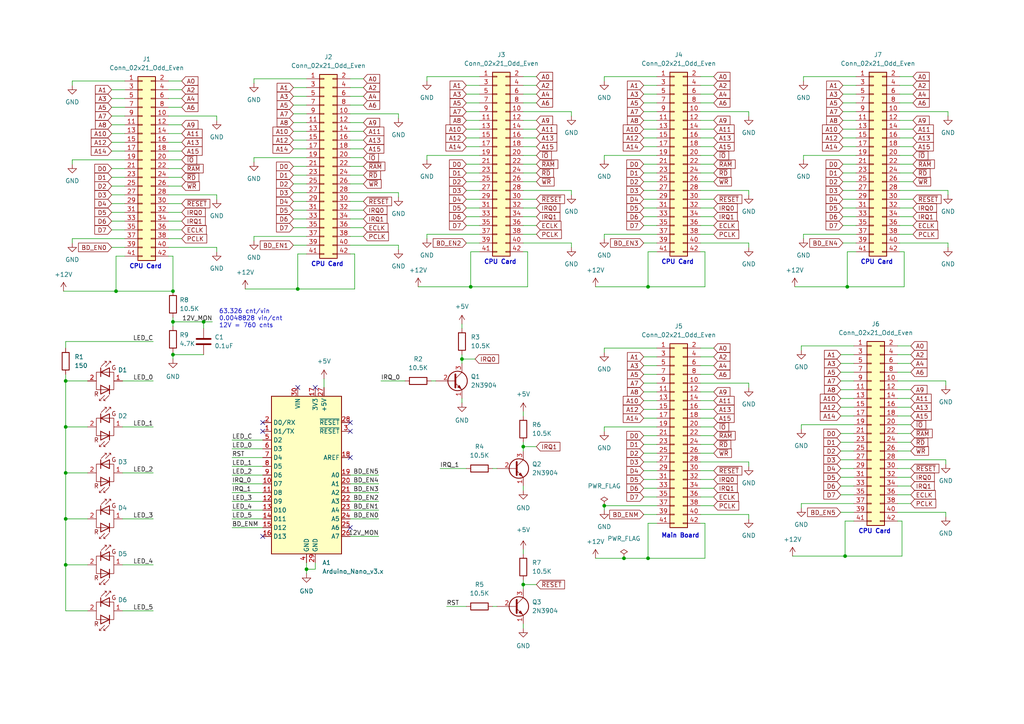
<source format=kicad_sch>
(kicad_sch (version 20211123) (generator eeschema)
  (paper "A4")
  (junction (at 33.655 84.455))
  (junction (at 136.525 83.185))
  (junction (at 50.165 93.345))
  (junction (at 50.165 84.455))
  (junction (at 50.165 102.87))
  (junction (at 245.11 161.29))
  (junction (at 19.05 123.825))
  (junction (at 19.05 110.49))
  (junction (at 19.05 137.16))
  (junction (at 88.9 165.1))
  (junction (at 175.26 146.685))
  (junction (at 133.985 104.14))
  (junction (at 187.96 161.925))
  (junction (at 180.975 161.925))
  (junction (at 151.765 169.545))
  (junction (at 151.765 129.54))
  (junction (at 187.96 83.185))
  (junction (at 59.055 93.345))
  (junction (at 19.05 163.83))
  (junction (at 86.36 83.82))
  (junction (at 245.745 83.185))
  (junction (at 19.05 150.495))
  (no_connect (at 101.6 122.555))
  (no_connect (at 101.6 125.095))
  (no_connect (at 76.2 155.575))
  (no_connect (at 101.6 132.715))
  (no_connect (at 86.36 112.395))
  (no_connect (at 91.44 112.395))
  (no_connect (at 101.6 153.035))
  (no_connect (at 76.2 122.555))
  (no_connect (at 76.2 125.095))
  (wire (pts (xy 203.2 73.025) (xy 204.47 73.025)))
  (wire (pts (xy 135.255 32.385) (xy 139.065 32.385)))
  (wire (pts (xy 232.41 100.33) (xy 232.41 101.6)))
  (wire (pts (xy 217.17 55.245) (xy 217.17 56.515)))
  (wire (pts (xy 203.2 126.365) (xy 207.01 126.365)))
  (wire (pts (xy 19.05 137.16) (xy 19.05 150.495)))
  (wire (pts (xy 133.985 102.87) (xy 133.985 104.14)))
  (wire (pts (xy 232.41 146.05) (xy 232.41 147.32)))
  (wire (pts (xy 190.5 45.085) (xy 175.26 45.085)))
  (wire (pts (xy 243.84 105.41) (xy 247.65 105.41)))
  (wire (pts (xy 151.765 119.38) (xy 151.765 120.65)))
  (wire (pts (xy 48.895 69.215) (xy 52.705 69.215)))
  (wire (pts (xy 35.56 123.825) (xy 44.45 123.825)))
  (wire (pts (xy 203.2 141.605) (xy 207.01 141.605)))
  (wire (pts (xy 186.69 70.485) (xy 190.5 70.485)))
  (wire (pts (xy 203.2 70.485) (xy 217.17 70.485)))
  (wire (pts (xy 245.11 161.29) (xy 261.62 161.29)))
  (wire (pts (xy 260.985 22.225) (xy 264.795 22.225)))
  (wire (pts (xy 260.35 118.11) (xy 264.16 118.11)))
  (wire (pts (xy 260.35 123.19) (xy 264.16 123.19)))
  (wire (pts (xy 101.6 55.88) (xy 115.57 55.88)))
  (wire (pts (xy 32.385 61.595) (xy 36.195 61.595)))
  (wire (pts (xy 133.985 115.57) (xy 133.985 116.84)))
  (wire (pts (xy 203.2 133.985) (xy 217.17 133.985)))
  (wire (pts (xy 59.055 93.345) (xy 61.595 93.345)))
  (wire (pts (xy 32.385 53.975) (xy 36.195 53.975)))
  (wire (pts (xy 153.035 73.025) (xy 153.035 83.185)))
  (wire (pts (xy 151.765 159.385) (xy 151.765 160.655)))
  (wire (pts (xy 229.87 161.29) (xy 245.11 161.29)))
  (wire (pts (xy 151.765 65.405) (xy 155.575 65.405)))
  (wire (pts (xy 136.525 83.185) (xy 153.035 83.185)))
  (wire (pts (xy 35.56 163.83) (xy 44.45 163.83)))
  (wire (pts (xy 125.095 110.49) (xy 126.365 110.49)))
  (wire (pts (xy 260.35 143.51) (xy 264.16 143.51)))
  (wire (pts (xy 151.765 62.865) (xy 155.575 62.865)))
  (wire (pts (xy 203.2 37.465) (xy 207.01 37.465)))
  (wire (pts (xy 243.84 115.57) (xy 247.65 115.57)))
  (wire (pts (xy 190.5 151.765) (xy 187.96 151.765)))
  (wire (pts (xy 48.895 48.895) (xy 52.705 48.895)))
  (wire (pts (xy 204.47 151.765) (xy 204.47 161.925)))
  (wire (pts (xy 260.985 34.925) (xy 264.795 34.925)))
  (wire (pts (xy 233.045 45.085) (xy 233.045 46.355)))
  (wire (pts (xy 33.655 74.295) (xy 33.655 84.455)))
  (wire (pts (xy 73.66 45.72) (xy 73.66 46.99)))
  (wire (pts (xy 244.475 29.845) (xy 248.285 29.845)))
  (wire (pts (xy 48.895 26.035) (xy 52.705 26.035)))
  (wire (pts (xy 35.56 177.165) (xy 44.45 177.165)))
  (wire (pts (xy 101.6 53.34) (xy 105.41 53.34)))
  (wire (pts (xy 203.2 131.445) (xy 207.01 131.445)))
  (wire (pts (xy 50.165 92.075) (xy 50.165 93.345)))
  (wire (pts (xy 151.765 168.275) (xy 151.765 169.545)))
  (wire (pts (xy 133.985 104.14) (xy 137.795 104.14)))
  (wire (pts (xy 260.35 135.89) (xy 264.16 135.89)))
  (wire (pts (xy 136.525 73.025) (xy 136.525 83.185)))
  (wire (pts (xy 135.255 42.545) (xy 139.065 42.545)))
  (wire (pts (xy 101.6 48.26) (xy 105.41 48.26)))
  (wire (pts (xy 217.17 133.985) (xy 217.17 135.255)))
  (wire (pts (xy 274.955 32.385) (xy 274.955 33.655)))
  (wire (pts (xy 48.895 64.135) (xy 52.705 64.135)))
  (wire (pts (xy 151.765 57.785) (xy 155.575 57.785)))
  (wire (pts (xy 244.475 37.465) (xy 248.285 37.465)))
  (wire (pts (xy 88.9 22.86) (xy 73.66 22.86)))
  (wire (pts (xy 67.31 132.715) (xy 76.2 132.715)))
  (wire (pts (xy 101.6 40.64) (xy 105.41 40.64)))
  (wire (pts (xy 151.765 27.305) (xy 155.575 27.305)))
  (wire (pts (xy 203.2 100.965) (xy 207.01 100.965)))
  (wire (pts (xy 151.765 60.325) (xy 155.575 60.325)))
  (wire (pts (xy 101.6 155.575) (xy 109.855 155.575)))
  (wire (pts (xy 86.36 83.82) (xy 102.87 83.82)))
  (wire (pts (xy 203.2 116.205) (xy 207.01 116.205)))
  (wire (pts (xy 274.955 70.485) (xy 274.955 71.755)))
  (wire (pts (xy 91.44 163.195) (xy 91.44 165.1)))
  (wire (pts (xy 135.255 29.845) (xy 139.065 29.845)))
  (wire (pts (xy 260.985 37.465) (xy 264.795 37.465)))
  (wire (pts (xy 186.69 128.905) (xy 190.5 128.905)))
  (wire (pts (xy 233.045 67.945) (xy 233.045 69.215)))
  (wire (pts (xy 233.045 22.225) (xy 233.045 23.495)))
  (wire (pts (xy 248.285 45.085) (xy 233.045 45.085)))
  (wire (pts (xy 36.195 23.495) (xy 20.955 23.495)))
  (wire (pts (xy 19.05 108.585) (xy 19.05 110.49)))
  (wire (pts (xy 135.255 40.005) (xy 139.065 40.005)))
  (wire (pts (xy 85.09 66.04) (xy 88.9 66.04)))
  (wire (pts (xy 85.09 53.34) (xy 88.9 53.34)))
  (wire (pts (xy 248.285 22.225) (xy 233.045 22.225)))
  (wire (pts (xy 186.69 50.165) (xy 190.5 50.165)))
  (wire (pts (xy 85.09 48.26) (xy 88.9 48.26)))
  (wire (pts (xy 19.05 163.83) (xy 19.05 177.165)))
  (wire (pts (xy 186.69 136.525) (xy 190.5 136.525)))
  (wire (pts (xy 186.69 103.505) (xy 190.5 103.505)))
  (wire (pts (xy 48.895 23.495) (xy 52.705 23.495)))
  (wire (pts (xy 243.84 113.03) (xy 247.65 113.03)))
  (wire (pts (xy 50.165 93.345) (xy 50.165 94.615)))
  (wire (pts (xy 85.09 25.4) (xy 88.9 25.4)))
  (wire (pts (xy 32.385 51.435) (xy 36.195 51.435)))
  (wire (pts (xy 190.5 67.945) (xy 175.26 67.945)))
  (wire (pts (xy 262.255 73.025) (xy 262.255 83.185)))
  (wire (pts (xy 260.985 70.485) (xy 274.955 70.485)))
  (wire (pts (xy 19.05 150.495) (xy 19.05 163.83)))
  (wire (pts (xy 101.6 50.8) (xy 105.41 50.8)))
  (wire (pts (xy 135.255 27.305) (xy 139.065 27.305)))
  (wire (pts (xy 243.84 118.11) (xy 247.65 118.11)))
  (wire (pts (xy 190.5 146.685) (xy 175.26 146.685)))
  (wire (pts (xy 101.6 68.58) (xy 105.41 68.58)))
  (wire (pts (xy 151.765 169.545) (xy 151.765 170.815)))
  (wire (pts (xy 135.255 70.485) (xy 139.065 70.485)))
  (wire (pts (xy 135.255 50.165) (xy 139.065 50.165)))
  (wire (pts (xy 48.895 74.295) (xy 50.165 74.295)))
  (wire (pts (xy 32.385 36.195) (xy 36.195 36.195)))
  (wire (pts (xy 151.765 29.845) (xy 155.575 29.845)))
  (wire (pts (xy 260.985 62.865) (xy 264.795 62.865)))
  (wire (pts (xy 244.475 65.405) (xy 248.285 65.405)))
  (wire (pts (xy 203.2 29.845) (xy 207.01 29.845)))
  (wire (pts (xy 48.895 56.515) (xy 62.865 56.515)))
  (wire (pts (xy 203.2 128.905) (xy 207.01 128.905)))
  (wire (pts (xy 203.2 22.225) (xy 207.01 22.225)))
  (wire (pts (xy 85.09 63.5) (xy 88.9 63.5)))
  (wire (pts (xy 260.985 47.625) (xy 264.795 47.625)))
  (wire (pts (xy 151.765 129.54) (xy 151.765 130.81)))
  (wire (pts (xy 20.955 46.355) (xy 20.955 47.625)))
  (wire (pts (xy 121.285 83.185) (xy 136.525 83.185)))
  (wire (pts (xy 165.735 32.385) (xy 165.735 33.655)))
  (wire (pts (xy 274.32 148.59) (xy 274.32 149.86)))
  (wire (pts (xy 165.735 70.485) (xy 165.735 71.755)))
  (wire (pts (xy 85.09 58.42) (xy 88.9 58.42)))
  (wire (pts (xy 186.69 29.845) (xy 190.5 29.845)))
  (wire (pts (xy 101.6 71.12) (xy 115.57 71.12)))
  (wire (pts (xy 67.31 137.795) (xy 76.2 137.795)))
  (wire (pts (xy 260.35 107.95) (xy 264.16 107.95)))
  (wire (pts (xy 260.985 52.705) (xy 264.795 52.705)))
  (wire (pts (xy 101.6 147.955) (xy 109.855 147.955)))
  (wire (pts (xy 186.69 60.325) (xy 190.5 60.325)))
  (wire (pts (xy 260.35 100.33) (xy 264.16 100.33)))
  (wire (pts (xy 230.505 83.185) (xy 245.745 83.185)))
  (wire (pts (xy 88.9 165.1) (xy 91.44 165.1)))
  (wire (pts (xy 190.5 100.965) (xy 175.26 100.965)))
  (wire (pts (xy 101.6 35.56) (xy 105.41 35.56)))
  (wire (pts (xy 261.62 151.13) (xy 261.62 161.29)))
  (wire (pts (xy 101.6 145.415) (xy 109.855 145.415)))
  (wire (pts (xy 151.765 45.085) (xy 155.575 45.085)))
  (wire (pts (xy 247.65 100.33) (xy 232.41 100.33)))
  (wire (pts (xy 186.69 106.045) (xy 190.5 106.045)))
  (wire (pts (xy 48.895 36.195) (xy 52.705 36.195)))
  (wire (pts (xy 260.985 55.245) (xy 274.955 55.245)))
  (wire (pts (xy 248.285 73.025) (xy 245.745 73.025)))
  (wire (pts (xy 48.895 41.275) (xy 52.705 41.275)))
  (wire (pts (xy 175.26 22.225) (xy 175.26 23.495)))
  (wire (pts (xy 245.11 151.13) (xy 245.11 161.29)))
  (wire (pts (xy 151.765 50.165) (xy 155.575 50.165)))
  (wire (pts (xy 88.9 73.66) (xy 86.36 73.66)))
  (wire (pts (xy 203.2 106.045) (xy 207.01 106.045)))
  (wire (pts (xy 203.2 121.285) (xy 207.01 121.285)))
  (wire (pts (xy 71.12 83.82) (xy 86.36 83.82)))
  (wire (pts (xy 203.2 65.405) (xy 207.01 65.405)))
  (wire (pts (xy 151.765 47.625) (xy 155.575 47.625)))
  (wire (pts (xy 85.09 27.94) (xy 88.9 27.94)))
  (wire (pts (xy 260.35 151.13) (xy 261.62 151.13)))
  (wire (pts (xy 88.9 163.195) (xy 88.9 165.1)))
  (wire (pts (xy 186.69 108.585) (xy 190.5 108.585)))
  (wire (pts (xy 186.69 47.625) (xy 190.5 47.625)))
  (wire (pts (xy 85.09 55.88) (xy 88.9 55.88)))
  (wire (pts (xy 48.895 53.975) (xy 52.705 53.975)))
  (wire (pts (xy 217.17 32.385) (xy 217.17 33.655)))
  (wire (pts (xy 133.985 104.14) (xy 133.985 105.41)))
  (wire (pts (xy 243.84 143.51) (xy 247.65 143.51)))
  (wire (pts (xy 142.875 175.895) (xy 144.145 175.895)))
  (wire (pts (xy 35.56 150.495) (xy 44.45 150.495)))
  (wire (pts (xy 203.2 144.145) (xy 207.01 144.145)))
  (wire (pts (xy 73.66 68.58) (xy 73.66 69.85)))
  (wire (pts (xy 19.05 110.49) (xy 19.05 123.825)))
  (wire (pts (xy 187.96 151.765) (xy 187.96 161.925)))
  (wire (pts (xy 203.2 40.005) (xy 207.01 40.005)))
  (wire (pts (xy 151.765 140.97) (xy 151.765 142.24)))
  (wire (pts (xy 123.825 67.945) (xy 123.825 69.215)))
  (wire (pts (xy 187.96 83.185) (xy 204.47 83.185)))
  (wire (pts (xy 33.655 84.455) (xy 50.165 84.455)))
  (wire (pts (xy 101.6 43.18) (xy 105.41 43.18)))
  (wire (pts (xy 244.475 57.785) (xy 248.285 57.785)))
  (wire (pts (xy 243.84 128.27) (xy 247.65 128.27)))
  (wire (pts (xy 260.985 67.945) (xy 264.795 67.945)))
  (wire (pts (xy 260.985 40.005) (xy 264.795 40.005)))
  (wire (pts (xy 186.69 149.225) (xy 190.5 149.225)))
  (wire (pts (xy 135.255 47.625) (xy 139.065 47.625)))
  (wire (pts (xy 135.255 24.765) (xy 139.065 24.765)))
  (wire (pts (xy 32.385 59.055) (xy 36.195 59.055)))
  (wire (pts (xy 260.35 102.87) (xy 264.16 102.87)))
  (wire (pts (xy 243.84 140.97) (xy 247.65 140.97)))
  (wire (pts (xy 203.2 136.525) (xy 207.01 136.525)))
  (wire (pts (xy 123.825 22.225) (xy 123.825 23.495)))
  (wire (pts (xy 186.69 34.925) (xy 190.5 34.925)))
  (wire (pts (xy 85.09 38.1) (xy 88.9 38.1)))
  (wire (pts (xy 135.255 60.325) (xy 139.065 60.325)))
  (wire (pts (xy 180.975 161.925) (xy 187.96 161.925)))
  (wire (pts (xy 62.865 33.655) (xy 62.865 34.925)))
  (wire (pts (xy 175.26 123.825) (xy 175.26 125.095)))
  (wire (pts (xy 243.84 133.35) (xy 247.65 133.35)))
  (wire (pts (xy 151.765 67.945) (xy 155.575 67.945)))
  (wire (pts (xy 139.065 45.085) (xy 123.825 45.085)))
  (wire (pts (xy 203.2 42.545) (xy 207.01 42.545)))
  (wire (pts (xy 48.895 51.435) (xy 52.705 51.435)))
  (wire (pts (xy 48.895 71.755) (xy 62.865 71.755)))
  (wire (pts (xy 151.765 37.465) (xy 155.575 37.465)))
  (wire (pts (xy 139.065 67.945) (xy 123.825 67.945)))
  (wire (pts (xy 203.2 113.665) (xy 207.01 113.665)))
  (wire (pts (xy 186.69 40.005) (xy 190.5 40.005)))
  (wire (pts (xy 243.84 102.87) (xy 247.65 102.87)))
  (wire (pts (xy 151.765 32.385) (xy 165.735 32.385)))
  (wire (pts (xy 172.72 161.925) (xy 180.975 161.925)))
  (wire (pts (xy 203.2 111.125) (xy 217.17 111.125)))
  (wire (pts (xy 50.165 93.345) (xy 59.055 93.345)))
  (wire (pts (xy 32.385 33.655) (xy 36.195 33.655)))
  (wire (pts (xy 186.69 118.745) (xy 190.5 118.745)))
  (wire (pts (xy 142.875 135.89) (xy 144.145 135.89)))
  (wire (pts (xy 243.84 125.73) (xy 247.65 125.73)))
  (wire (pts (xy 260.985 65.405) (xy 264.795 65.405)))
  (wire (pts (xy 217.17 70.485) (xy 217.17 71.755)))
  (wire (pts (xy 260.985 57.785) (xy 264.795 57.785)))
  (wire (pts (xy 32.385 41.275) (xy 36.195 41.275)))
  (wire (pts (xy 101.6 137.795) (xy 109.855 137.795)))
  (wire (pts (xy 32.385 31.115) (xy 36.195 31.115)))
  (wire (pts (xy 135.255 62.865) (xy 139.065 62.865)))
  (wire (pts (xy 244.475 52.705) (xy 248.285 52.705)))
  (wire (pts (xy 35.56 110.49) (xy 44.45 110.49)))
  (wire (pts (xy 186.69 121.285) (xy 190.5 121.285)))
  (wire (pts (xy 260.985 27.305) (xy 264.795 27.305)))
  (wire (pts (xy 50.165 102.87) (xy 59.055 102.87)))
  (wire (pts (xy 243.84 107.95) (xy 247.65 107.95)))
  (wire (pts (xy 62.865 56.515) (xy 62.865 57.785)))
  (wire (pts (xy 48.895 43.815) (xy 52.705 43.815)))
  (wire (pts (xy 86.36 73.66) (xy 86.36 83.82)))
  (wire (pts (xy 151.765 40.005) (xy 155.575 40.005)))
  (wire (pts (xy 19.05 137.16) (xy 25.4 137.16)))
  (wire (pts (xy 67.31 150.495) (xy 76.2 150.495)))
  (wire (pts (xy 88.9 45.72) (xy 73.66 45.72)))
  (wire (pts (xy 101.6 33.02) (xy 115.57 33.02)))
  (wire (pts (xy 217.17 111.125) (xy 217.17 112.395)))
  (wire (pts (xy 101.6 66.04) (xy 105.41 66.04)))
  (wire (pts (xy 48.895 59.055) (xy 52.705 59.055)))
  (wire (pts (xy 151.765 73.025) (xy 153.035 73.025)))
  (wire (pts (xy 186.69 52.705) (xy 190.5 52.705)))
  (wire (pts (xy 243.84 135.89) (xy 247.65 135.89)))
  (wire (pts (xy 85.09 33.02) (xy 88.9 33.02)))
  (wire (pts (xy 127.635 135.89) (xy 135.255 135.89)))
  (wire (pts (xy 101.6 27.94) (xy 105.41 27.94)))
  (wire (pts (xy 260.985 60.325) (xy 264.795 60.325)))
  (wire (pts (xy 62.865 71.755) (xy 62.865 73.025)))
  (wire (pts (xy 20.955 69.215) (xy 20.955 70.485)))
  (wire (pts (xy 247.65 151.13) (xy 245.11 151.13)))
  (wire (pts (xy 260.985 29.845) (xy 264.795 29.845)))
  (wire (pts (xy 101.6 30.48) (xy 105.41 30.48)))
  (wire (pts (xy 59.055 93.345) (xy 59.055 95.25)))
  (wire (pts (xy 175.26 67.945) (xy 175.26 69.215)))
  (wire (pts (xy 85.09 71.12) (xy 88.9 71.12)))
  (wire (pts (xy 243.84 130.81) (xy 247.65 130.81)))
  (wire (pts (xy 260.35 133.35) (xy 274.32 133.35)))
  (wire (pts (xy 186.69 111.125) (xy 190.5 111.125)))
  (wire (pts (xy 203.2 146.685) (xy 207.01 146.685)))
  (wire (pts (xy 115.57 71.12) (xy 115.57 72.39)))
  (wire (pts (xy 20.955 23.495) (xy 20.955 24.765)))
  (wire (pts (xy 19.05 123.825) (xy 19.05 137.16)))
  (wire (pts (xy 190.5 22.225) (xy 175.26 22.225)))
  (wire (pts (xy 274.32 110.49) (xy 274.32 111.76)))
  (wire (pts (xy 139.065 22.225) (xy 123.825 22.225)))
  (wire (pts (xy 175.26 100.965) (xy 175.26 102.235)))
  (wire (pts (xy 243.84 138.43) (xy 247.65 138.43)))
  (wire (pts (xy 88.9 165.1) (xy 88.9 166.37)))
  (wire (pts (xy 151.765 180.975) (xy 151.765 182.245)))
  (wire (pts (xy 248.285 67.945) (xy 233.045 67.945)))
  (wire (pts (xy 260.985 50.165) (xy 264.795 50.165)))
  (wire (pts (xy 85.09 50.8) (xy 88.9 50.8)))
  (wire (pts (xy 260.35 140.97) (xy 264.16 140.97)))
  (wire (pts (xy 48.895 38.735) (xy 52.705 38.735)))
  (wire (pts (xy 50.165 74.295) (xy 50.165 84.455)))
  (wire (pts (xy 203.2 47.625) (xy 207.01 47.625)))
  (wire (pts (xy 247.65 146.05) (xy 232.41 146.05)))
  (wire (pts (xy 260.35 120.65) (xy 264.16 120.65)))
  (wire (pts (xy 203.2 151.765) (xy 204.47 151.765)))
  (wire (pts (xy 73.66 22.86) (xy 73.66 24.13)))
  (wire (pts (xy 244.475 62.865) (xy 248.285 62.865)))
  (wire (pts (xy 48.895 66.675) (xy 52.705 66.675)))
  (wire (pts (xy 36.195 46.355) (xy 20.955 46.355)))
  (wire (pts (xy 110.49 110.49) (xy 117.475 110.49)))
  (wire (pts (xy 186.69 139.065) (xy 190.5 139.065)))
  (wire (pts (xy 203.2 50.165) (xy 207.01 50.165)))
  (wire (pts (xy 203.2 60.325) (xy 207.01 60.325)))
  (wire (pts (xy 101.6 25.4) (xy 105.41 25.4)))
  (wire (pts (xy 172.72 83.185) (xy 187.96 83.185)))
  (wire (pts (xy 102.87 73.66) (xy 102.87 83.82)))
  (wire (pts (xy 244.475 70.485) (xy 248.285 70.485)))
  (wire (pts (xy 203.2 34.925) (xy 207.01 34.925)))
  (wire (pts (xy 85.09 40.64) (xy 88.9 40.64)))
  (wire (pts (xy 85.09 43.18) (xy 88.9 43.18)))
  (wire (pts (xy 48.895 33.655) (xy 62.865 33.655)))
  (wire (pts (xy 244.475 55.245) (xy 248.285 55.245)))
  (wire (pts (xy 135.255 65.405) (xy 139.065 65.405)))
  (wire (pts (xy 50.165 102.235) (xy 50.165 102.87)))
  (wire (pts (xy 232.41 123.19) (xy 232.41 124.46)))
  (wire (pts (xy 260.985 42.545) (xy 264.795 42.545)))
  (wire (pts (xy 203.2 45.085) (xy 207.01 45.085)))
  (wire (pts (xy 260.35 138.43) (xy 264.16 138.43)))
  (wire (pts (xy 32.385 64.135) (xy 36.195 64.135)))
  (wire (pts (xy 245.745 73.025) (xy 245.745 83.185)))
  (wire (pts (xy 19.05 177.165) (xy 25.4 177.165)))
  (wire (pts (xy 67.31 145.415) (xy 76.2 145.415)))
  (wire (pts (xy 48.895 46.355) (xy 52.705 46.355)))
  (wire (pts (xy 165.735 55.245) (xy 165.735 56.515)))
  (wire (pts (xy 186.69 141.605) (xy 190.5 141.605)))
  (wire (pts (xy 186.69 133.985) (xy 190.5 133.985)))
  (wire (pts (xy 274.32 133.35) (xy 274.32 134.62)))
  (wire (pts (xy 203.2 67.945) (xy 207.01 67.945)))
  (wire (pts (xy 186.69 37.465) (xy 190.5 37.465)))
  (wire (pts (xy 85.09 30.48) (xy 88.9 30.48)))
  (wire (pts (xy 203.2 27.305) (xy 207.01 27.305)))
  (wire (pts (xy 32.385 38.735) (xy 36.195 38.735)))
  (wire (pts (xy 186.69 113.665) (xy 190.5 113.665)))
  (wire (pts (xy 101.6 60.96) (xy 105.41 60.96)))
  (wire (pts (xy 203.2 57.785) (xy 207.01 57.785)))
  (wire (pts (xy 203.2 32.385) (xy 217.17 32.385)))
  (wire (pts (xy 260.35 128.27) (xy 264.16 128.27)))
  (wire (pts (xy 260.985 32.385) (xy 274.955 32.385)))
  (wire (pts (xy 115.57 55.88) (xy 115.57 57.15)))
  (wire (pts (xy 32.385 26.035) (xy 36.195 26.035)))
  (wire (pts (xy 260.35 146.05) (xy 264.16 146.05)))
  (wire (pts (xy 151.765 128.27) (xy 151.765 129.54)))
  (wire (pts (xy 244.475 60.325) (xy 248.285 60.325)))
  (wire (pts (xy 101.6 73.66) (xy 102.87 73.66)))
  (wire (pts (xy 204.47 73.025) (xy 204.47 83.185)))
  (wire (pts (xy 93.98 109.855) (xy 93.98 112.395)))
  (wire (pts (xy 88.9 68.58) (xy 73.66 68.58)))
  (wire (pts (xy 48.895 61.595) (xy 52.705 61.595)))
  (wire (pts (xy 25.4 110.49) (xy 19.05 110.49)))
  (wire (pts (xy 260.35 125.73) (xy 264.16 125.73)))
  (wire (pts (xy 101.6 63.5) (xy 105.41 63.5)))
  (wire (pts (xy 67.31 153.035) (xy 76.2 153.035)))
  (wire (pts (xy 186.69 24.765) (xy 190.5 24.765)))
  (wire (pts (xy 175.26 45.085) (xy 175.26 46.355)))
  (wire (pts (xy 190.5 123.825) (xy 175.26 123.825)))
  (wire (pts (xy 19.05 123.825) (xy 25.4 123.825)))
  (wire (pts (xy 135.255 37.465) (xy 139.065 37.465)))
  (wire (pts (xy 203.2 149.225) (xy 217.17 149.225)))
  (wire (pts (xy 123.825 45.085) (xy 123.825 46.355)))
  (wire (pts (xy 260.35 115.57) (xy 264.16 115.57)))
  (wire (pts (xy 32.385 66.675) (xy 36.195 66.675)))
  (wire (pts (xy 186.69 32.385) (xy 190.5 32.385)))
  (wire (pts (xy 186.69 131.445) (xy 190.5 131.445)))
  (wire (pts (xy 260.985 73.025) (xy 262.255 73.025)))
  (wire (pts (xy 85.09 35.56) (xy 88.9 35.56)))
  (wire (pts (xy 101.6 38.1) (xy 105.41 38.1)))
  (wire (pts (xy 101.6 58.42) (xy 105.41 58.42)))
  (wire (pts (xy 48.895 28.575) (xy 52.705 28.575)))
  (wire (pts (xy 19.05 150.495) (xy 25.4 150.495)))
  (wire (pts (xy 151.765 34.925) (xy 155.575 34.925)))
  (wire (pts (xy 244.475 32.385) (xy 248.285 32.385)))
  (wire (pts (xy 67.31 127.635) (xy 76.2 127.635)))
  (wire (pts (xy 244.475 40.005) (xy 248.285 40.005)))
  (wire (pts (xy 244.475 47.625) (xy 248.285 47.625)))
  (wire (pts (xy 244.475 24.765) (xy 248.285 24.765)))
  (wire (pts (xy 48.895 31.115) (xy 52.705 31.115)))
  (wire (pts (xy 135.255 52.705) (xy 139.065 52.705)))
  (wire (pts (xy 186.69 57.785) (xy 190.5 57.785)))
  (wire (pts (xy 19.05 99.06) (xy 44.45 99.06)))
  (wire (pts (xy 139.065 73.025) (xy 136.525 73.025)))
  (wire (pts (xy 19.05 100.965) (xy 19.05 99.06)))
  (wire (pts (xy 18.415 84.455) (xy 33.655 84.455)))
  (wire (pts (xy 203.2 139.065) (xy 207.01 139.065)))
  (wire (pts (xy 186.69 144.145) (xy 190.5 144.145)))
  (wire (pts (xy 67.31 130.175) (xy 76.2 130.175)))
  (wire (pts (xy 260.35 130.81) (xy 264.16 130.81)))
  (wire (pts (xy 129.54 175.895) (xy 135.255 175.895)))
  (wire (pts (xy 133.985 93.98) (xy 133.985 95.25)))
  (wire (pts (xy 67.31 135.255) (xy 76.2 135.255)))
  (wire (pts (xy 35.56 137.16) (xy 44.45 137.16)))
  (wire (pts (xy 203.2 118.745) (xy 207.01 118.745)))
  (wire (pts (xy 244.475 27.305) (xy 248.285 27.305)))
  (wire (pts (xy 187.96 73.025) (xy 187.96 83.185)))
  (wire (pts (xy 151.765 169.545) (xy 155.575 169.545)))
  (wire (pts (xy 260.35 113.03) (xy 264.16 113.03)))
  (wire (pts (xy 247.65 123.19) (xy 232.41 123.19)))
  (wire (pts (xy 101.6 142.875) (xy 109.855 142.875)))
  (wire (pts (xy 151.765 42.545) (xy 155.575 42.545)))
  (wire (pts (xy 203.2 52.705) (xy 207.01 52.705)))
  (wire (pts (xy 190.5 73.025) (xy 187.96 73.025)))
  (wire (pts (xy 135.255 55.245) (xy 139.065 55.245)))
  (wire (pts (xy 151.765 24.765) (xy 155.575 24.765)))
  (wire (pts (xy 203.2 108.585) (xy 207.01 108.585)))
  (wire (pts (xy 260.985 45.085) (xy 264.795 45.085)))
  (wire (pts (xy 186.69 62.865) (xy 190.5 62.865)))
  (wire (pts (xy 67.31 140.335) (xy 76.2 140.335)))
  (wire (pts (xy 203.2 123.825) (xy 207.01 123.825)))
  (wire (pts (xy 187.96 161.925) (xy 204.47 161.925)))
  (wire (pts (xy 186.69 42.545) (xy 190.5 42.545)))
  (wire (pts (xy 243.84 148.59) (xy 247.65 148.59)))
  (wire (pts (xy 151.765 70.485) (xy 165.735 70.485)))
  (wire (pts (xy 217.17 149.225) (xy 217.17 150.495)))
  (wire (pts (xy 151.765 52.705) (xy 155.575 52.705)))
  (wire (pts (xy 203.2 24.765) (xy 207.01 24.765)))
  (wire (pts (xy 36.195 74.295) (xy 33.655 74.295)))
  (wire (pts (xy 109.855 140.335) (xy 101.6 140.335)))
  (wire (pts (xy 244.475 42.545) (xy 248.285 42.545)))
  (wire (pts (xy 101.6 45.72) (xy 105.41 45.72)))
  (wire (pts (xy 151.765 55.245) (xy 165.735 55.245)))
  (wire (pts (xy 243.84 110.49) (xy 247.65 110.49)))
  (wire (pts (xy 32.385 71.755) (xy 36.195 71.755)))
  (wire (pts (xy 186.69 126.365) (xy 190.5 126.365)))
  (wire (pts (xy 175.26 146.685) (xy 175.26 147.955)))
  (wire (pts (xy 203.2 103.505) (xy 207.01 103.505)))
  (wire (pts (xy 32.385 28.575) (xy 36.195 28.575)))
  (wire (pts (xy 32.385 56.515) (xy 36.195 56.515)))
  (wire (pts (xy 151.765 22.225) (xy 155.575 22.225)))
  (wire (pts (xy 135.255 57.785) (xy 139.065 57.785)))
  (wire (pts (xy 244.475 50.165) (xy 248.285 50.165)))
  (wire (pts (xy 32.385 43.815) (xy 36.195 43.815)))
  (wire (pts (xy 50.165 102.87) (xy 50.165 104.14)))
  (wire (pts (xy 186.69 116.205) (xy 190.5 116.205)))
  (wire (pts (xy 101.6 22.86) (xy 105.41 22.86)))
  (wire (pts (xy 32.385 48.895) (xy 36.195 48.895)))
  (wire (pts (xy 67.31 142.875) (xy 76.2 142.875)))
  (wire (pts (xy 85.09 60.96) (xy 88.9 60.96)))
  (wire (pts (xy 115.57 33.02) (xy 115.57 34.29)))
  (wire (pts (xy 186.69 27.305) (xy 190.5 27.305)))
  (wire (pts (xy 245.745 83.185) (xy 262.255 83.185)))
  (wire (pts (xy 203.2 55.245) (xy 217.17 55.245)))
  (wire (pts (xy 274.955 55.245) (xy 274.955 56.515)))
  (wire (pts (xy 243.84 120.65) (xy 247.65 120.65)))
  (wire (pts (xy 203.2 62.865) (xy 207.01 62.865)))
  (wire (pts (xy 67.31 147.955) (xy 76.2 147.955)))
  (wire (pts (xy 36.195 69.215) (xy 20.955 69.215)))
  (wire (pts (xy 260.35 148.59) (xy 274.32 148.59)))
  (wire (pts (xy 19.05 163.83) (xy 25.4 163.83)))
  (wire (pts (xy 186.69 65.405) (xy 190.5 65.405)))
  (wire (pts (xy 260.985 24.765) (xy 264.795 24.765)))
  (wire (pts (xy 101.6 150.495) (xy 109.855 150.495)))
  (wire (pts (xy 260.35 110.49) (xy 274.32 110.49)))
  (wire (pts (xy 151.765 129.54) (xy 155.575 129.54)))
  (wire (pts (xy 186.69 55.245) (xy 190.5 55.245)))
  (wire (pts (xy 244.475 34.925) (xy 248.285 34.925)))
  (wire (pts (xy 260.35 105.41) (xy 264.16 105.41)))
  (wire (pts (xy 135.255 34.925) (xy 139.065 34.925)))
  (text "CPU Card" (at 249.555 76.835 0) (effects (font (size 1.27 1.27) (thickness 0.254) bold) (justify left bottom)))
  (text "CPU Card" (at 191.77 76.835 0) (effects (font (size 1.27 1.27) (thickness 0.254) bold) (justify left bottom)))
  (text "CPU Card" (at 248.92 154.94 0) (effects (font (size 1.27 1.27) (thickness 0.254) bold) (justify left bottom)))
  (text "63.326 cnt/vin\n0.0048828 vin/cnt\n12V = 760 cnts" (at 63.5 95.25 0) (effects (font (size 1.27 1.27)) (justify left bottom)))
  (text "CPU Card" (at 140.335 76.835 0) (effects (font (size 1.27 1.27) (thickness 0.254) bold) (justify left bottom)))
  (text "CPU Card" (at 37.465 78.105 0) (effects (font (size 1.27 1.27) (thickness 0.254) bold) (justify left bottom)))
  (text "CPU Card" (at 90.17 77.47 0) (effects (font (size 1.27 1.27) (thickness 0.254) bold) (justify left bottom)))
  (text "Main Board\n" (at 191.77 156.21 0) (effects (font (size 1.27 1.27) (thickness 0.254) bold) (justify left bottom)))
  (label "LED_4" (at 44.45 163.83 180))
  (label "BD_EN1" (at 109.855 147.955 180))
  (label "12V_MON" (at 61.595 93.345 180))
  (label "IRQ_1" (at 67.31 142.875 0))
  (label "12V_MON" (at 109.855 155.575 180))
  (label "LED_C" (at 44.45 99.06 180))
  (label "BD_EN3" (at 109.855 142.875 180))
  (label "BD_ENM" (at 67.31 153.035 0))
  (label "LED_5" (at 44.45 177.165 180))
  (label "BD_EN5" (at 109.855 137.795 180))
  (label "LED_C" (at 67.31 127.635 0))
  (label "IRQ_1" (at 127.635 135.89 0))
  (label "LED_1" (at 67.31 135.255 0))
  (label "IRQ_0" (at 110.49 110.49 0))
  (label "LED_3" (at 67.31 145.415 0))
  (label "RST" (at 67.31 132.715 0))
  (label "LED_1" (at 44.45 123.825 180))
  (label "LED_4" (at 67.31 147.955 0))
  (label "IRQ_0" (at 67.31 140.335 0))
  (label "BD_EN2" (at 109.855 145.415 180))
  (label "LED_0" (at 67.31 130.175 0))
  (label "LED_3" (at 44.45 150.495 180))
  (label "BD_EN0" (at 109.855 150.495 180))
  (label "BD_EN4" (at 109.855 140.335 180))
  (label "LED_2" (at 67.31 137.795 0))
  (label "LED_0" (at 44.45 110.49 180))
  (label "LED_5" (at 67.31 150.495 0))
  (label "LED_2" (at 44.45 137.16 180))
  (label "RST" (at 129.54 175.895 0))
  (global_label "A6" (shape input) (at 264.795 29.845 0) (property "Intersheet References" "${INTERSHEET_REFS}" (effects hide)))
  (global_label "A7" (shape input) (at 186.69 111.125 180) (property "Intersheet References" "${INTERSHEET_REFS}" (effects hide)))
  (global_label "~{WR}" (shape input) (at 207.01 131.445 0) (property "Intersheet References" "${INTERSHEET_REFS}" (effects hide)))
  (global_label "IRQ1" (shape input) (at 264.795 62.865 0) (property "Intersheet References" "${INTERSHEET_REFS}" (effects hide)))
  (global_label "IRQ0" (shape input) (at 207.01 139.065 0) (property "Intersheet References" "${INTERSHEET_REFS}" (effects hide)))
  (global_label "D3" (shape input) (at 32.385 56.515 180) (property "Intersheet References" "${INTERSHEET_REFS}" (effects hide)))
  (global_label "A6" (shape input) (at 207.01 29.845 0) (property "Intersheet References" "${INTERSHEET_REFS}" (effects hide)))
  (global_label "D3" (shape input) (at 186.69 133.985 180) (property "Intersheet References" "${INTERSHEET_REFS}" (effects hide)))
  (global_label "~{RD}" (shape input) (at 207.01 128.905 0) (property "Intersheet References" "${INTERSHEET_REFS}" (effects hide)))
  (global_label "A13" (shape input) (at 264.795 40.005 0) (property "Intersheet References" "${INTERSHEET_REFS}" (effects hide)))
  (global_label "D0" (shape input) (at 186.69 126.365 180) (property "Intersheet References" "${INTERSHEET_REFS}" (effects hide)))
  (global_label "ECLK" (shape input) (at 264.795 65.405 0) (property "Intersheet References" "${INTERSHEET_REFS}" (effects hide)))
  (global_label "D3" (shape input) (at 135.255 55.245 180) (property "Intersheet References" "${INTERSHEET_REFS}" (effects hide)))
  (global_label "BD_EN3" (shape input) (at 186.69 70.485 180) (property "Intersheet References" "${INTERSHEET_REFS}" (effects hide)))
  (global_label "D7" (shape input) (at 186.69 144.145 180) (property "Intersheet References" "${INTERSHEET_REFS}" (effects hide)))
  (global_label "A2" (shape input) (at 207.01 103.505 0) (property "Intersheet References" "${INTERSHEET_REFS}" (effects hide)))
  (global_label "D4" (shape input) (at 135.255 57.785 180) (property "Intersheet References" "${INTERSHEET_REFS}" (effects hide)))
  (global_label "A3" (shape input) (at 186.69 27.305 180) (property "Intersheet References" "${INTERSHEET_REFS}" (effects hide)))
  (global_label "~{RAM}" (shape input) (at 264.795 47.625 0) (property "Intersheet References" "${INTERSHEET_REFS}" (effects hide)))
  (global_label "PCLK" (shape input) (at 264.16 146.05 0) (property "Intersheet References" "${INTERSHEET_REFS}" (effects hide)))
  (global_label "A7" (shape input) (at 243.84 110.49 180) (property "Intersheet References" "${INTERSHEET_REFS}" (effects hide)))
  (global_label "A13" (shape input) (at 105.41 40.64 0) (property "Intersheet References" "${INTERSHEET_REFS}" (effects hide)))
  (global_label "D3" (shape input) (at 85.09 55.88 180) (property "Intersheet References" "${INTERSHEET_REFS}" (effects hide)))
  (global_label "~{RD}" (shape input) (at 155.575 50.165 0) (property "Intersheet References" "${INTERSHEET_REFS}" (effects hide)))
  (global_label "A12" (shape input) (at 186.69 40.005 180) (property "Intersheet References" "${INTERSHEET_REFS}" (effects hide)))
  (global_label "A12" (shape input) (at 32.385 41.275 180) (property "Intersheet References" "${INTERSHEET_REFS}" (effects hide)))
  (global_label "A13" (shape input) (at 52.705 41.275 0) (property "Intersheet References" "${INTERSHEET_REFS}" (effects hide)))
  (global_label "A13" (shape input) (at 207.01 118.745 0) (property "Intersheet References" "${INTERSHEET_REFS}" (effects hide)))
  (global_label "D4" (shape input) (at 32.385 59.055 180) (property "Intersheet References" "${INTERSHEET_REFS}" (effects hide)))
  (global_label "~{RESET}" (shape input) (at 264.795 57.785 0) (property "Intersheet References" "${INTERSHEET_REFS}" (effects hide)))
  (global_label "D0" (shape input) (at 243.84 125.73 180) (property "Intersheet References" "${INTERSHEET_REFS}" (effects hide)))
  (global_label "D2" (shape input) (at 85.09 53.34 180) (property "Intersheet References" "${INTERSHEET_REFS}" (effects hide)))
  (global_label "D0" (shape input) (at 135.255 47.625 180) (property "Intersheet References" "${INTERSHEET_REFS}" (effects hide)))
  (global_label "D2" (shape input) (at 243.84 130.81 180) (property "Intersheet References" "${INTERSHEET_REFS}" (effects hide)))
  (global_label "D7" (shape input) (at 244.475 65.405 180) (property "Intersheet References" "${INTERSHEET_REFS}" (effects hide)))
  (global_label "A15" (shape input) (at 52.705 43.815 0) (property "Intersheet References" "${INTERSHEET_REFS}" (effects hide)))
  (global_label "A11" (shape input) (at 207.01 116.205 0) (property "Intersheet References" "${INTERSHEET_REFS}" (effects hide)))
  (global_label "~{RD}" (shape input) (at 264.795 50.165 0) (property "Intersheet References" "${INTERSHEET_REFS}" (effects hide)))
  (global_label "A6" (shape input) (at 207.01 108.585 0) (property "Intersheet References" "${INTERSHEET_REFS}" (effects hide)))
  (global_label "~{RAM}" (shape input) (at 207.01 47.625 0) (property "Intersheet References" "${INTERSHEET_REFS}" (effects hide)))
  (global_label "D6" (shape input) (at 243.84 140.97 180) (property "Intersheet References" "${INTERSHEET_REFS}" (effects hide)))
  (global_label "D4" (shape input) (at 186.69 57.785 180) (property "Intersheet References" "${INTERSHEET_REFS}" (effects hide)))
  (global_label "IRQ0" (shape input) (at 52.705 61.595 0) (property "Intersheet References" "${INTERSHEET_REFS}" (effects hide)))
  (global_label "ECLK" (shape input) (at 207.01 65.405 0) (property "Intersheet References" "${INTERSHEET_REFS}" (effects hide)))
  (global_label "A14" (shape input) (at 85.09 43.18 180) (property "Intersheet References" "${INTERSHEET_REFS}" (effects hide)))
  (global_label "A3" (shape input) (at 85.09 27.94 180) (property "Intersheet References" "${INTERSHEET_REFS}" (effects hide)))
  (global_label "A0" (shape input) (at 207.01 100.965 0) (property "Intersheet References" "${INTERSHEET_REFS}" (effects hide)))
  (global_label "A5" (shape input) (at 243.84 107.95 180) (property "Intersheet References" "${INTERSHEET_REFS}" (effects hide)))
  (global_label "A15" (shape input) (at 207.01 121.285 0) (property "Intersheet References" "${INTERSHEET_REFS}" (effects hide)))
  (global_label "A2" (shape input) (at 207.01 24.765 0) (property "Intersheet References" "${INTERSHEET_REFS}" (effects hide)))
  (global_label "A11" (shape input) (at 264.795 37.465 0) (property "Intersheet References" "${INTERSHEET_REFS}" (effects hide)))
  (global_label "PCLK" (shape input) (at 207.01 146.685 0) (property "Intersheet References" "${INTERSHEET_REFS}" (effects hide)))
  (global_label "ECLK" (shape input) (at 155.575 65.405 0) (property "Intersheet References" "${INTERSHEET_REFS}" (effects hide)))
  (global_label "A8" (shape input) (at 244.475 34.925 180) (property "Intersheet References" "${INTERSHEET_REFS}" (effects hide)))
  (global_label "A4" (shape input) (at 52.705 28.575 0) (property "Intersheet References" "${INTERSHEET_REFS}" (effects hide)))
  (global_label "A0" (shape input) (at 155.575 22.225 0) (property "Intersheet References" "${INTERSHEET_REFS}" (effects hide)))
  (global_label "A1" (shape input) (at 186.69 103.505 180) (property "Intersheet References" "${INTERSHEET_REFS}" (effects hide)))
  (global_label "A9" (shape input) (at 207.01 34.925 0) (property "Intersheet References" "${INTERSHEET_REFS}" (effects hide)))
  (global_label "D2" (shape input) (at 135.255 52.705 180) (property "Intersheet References" "${INTERSHEET_REFS}" (effects hide)))
  (global_label "ECLK" (shape input) (at 207.01 144.145 0) (property "Intersheet References" "${INTERSHEET_REFS}" (effects hide)))
  (global_label "IRQ1" (shape input) (at 52.705 64.135 0) (property "Intersheet References" "${INTERSHEET_REFS}" (effects hide)))
  (global_label "IRQ0" (shape input) (at 264.795 60.325 0) (property "Intersheet References" "${INTERSHEET_REFS}" (effects hide)))
  (global_label "D1" (shape input) (at 186.69 50.165 180) (property "Intersheet References" "${INTERSHEET_REFS}" (effects hide)))
  (global_label "A10" (shape input) (at 85.09 38.1 180) (property "Intersheet References" "${INTERSHEET_REFS}" (effects hide)))
  (global_label "A14" (shape input) (at 243.84 120.65 180) (property "Intersheet References" "${INTERSHEET_REFS}" (effects hide)))
  (global_label "A8" (shape input) (at 243.84 113.03 180) (property "Intersheet References" "${INTERSHEET_REFS}" (effects hide)))
  (global_label "D7" (shape input) (at 186.69 65.405 180) (property "Intersheet References" "${INTERSHEET_REFS}" (effects hide)))
  (global_label "A3" (shape input) (at 32.385 28.575 180) (property "Intersheet References" "${INTERSHEET_REFS}" (effects hide)))
  (global_label "IRQ0" (shape input) (at 155.575 60.325 0) (property "Intersheet References" "${INTERSHEET_REFS}" (effects hide)))
  (global_label "IRQ1" (shape input) (at 207.01 62.865 0) (property "Intersheet References" "${INTERSHEET_REFS}" (effects hide)))
  (global_label "A8" (shape input) (at 135.255 34.925 180) (property "Intersheet References" "${INTERSHEET_REFS}" (effects hide)))
  (global_label "A11" (shape input) (at 264.16 115.57 0) (property "Intersheet References" "${INTERSHEET_REFS}" (effects hide)))
  (global_label "A11" (shape input) (at 52.705 38.735 0) (property "Intersheet References" "${INTERSHEET_REFS}" (effects hide)))
  (global_label "D6" (shape input) (at 135.255 62.865 180) (property "Intersheet References" "${INTERSHEET_REFS}" (effects hide)))
  (global_label "A1" (shape input) (at 186.69 24.765 180) (property "Intersheet References" "${INTERSHEET_REFS}" (effects hide)))
  (global_label "D7" (shape input) (at 85.09 66.04 180) (property "Intersheet References" "${INTERSHEET_REFS}" (effects hide)))
  (global_label "D1" (shape input) (at 243.84 128.27 180) (property "Intersheet References" "${INTERSHEET_REFS}" (effects hide)))
  (global_label "A14" (shape input) (at 186.69 121.285 180) (property "Intersheet References" "${INTERSHEET_REFS}" (effects hide)))
  (global_label "A8" (shape input) (at 32.385 36.195 180) (property "Intersheet References" "${INTERSHEET_REFS}" (effects hide)))
  (global_label "A2" (shape input) (at 105.41 25.4 0) (property "Intersheet References" "${INTERSHEET_REFS}" (effects hide)))
  (global_label "~{WR}" (shape input) (at 52.705 53.975 0) (property "Intersheet References" "${INTERSHEET_REFS}" (effects hide)))
  (global_label "D4" (shape input) (at 244.475 57.785 180) (property "Intersheet References" "${INTERSHEET_REFS}" (effects hide)))
  (global_label "ECLK" (shape input) (at 105.41 66.04 0) (property "Intersheet References" "${INTERSHEET_REFS}" (effects hide)))
  (global_label "~{RESET}" (shape input) (at 155.575 57.785 0) (property "Intersheet References" "${INTERSHEET_REFS}" (effects hide)))
  (global_label "D0" (shape input) (at 85.09 48.26 180) (property "Intersheet References" "${INTERSHEET_REFS}" (effects hide)))
  (global_label "D6" (shape input) (at 186.69 141.605 180) (property "Intersheet References" "${INTERSHEET_REFS}" (effects hide)))
  (global_label "~{RAM}" (shape input) (at 207.01 126.365 0) (property "Intersheet References" "${INTERSHEET_REFS}" (effects hide)))
  (global_label "A0" (shape input) (at 264.795 22.225 0) (property "Intersheet References" "${INTERSHEET_REFS}" (effects hide)))
  (global_label "D2" (shape input) (at 186.69 52.705 180) (property "Intersheet References" "${INTERSHEET_REFS}" (effects hide)))
  (global_label "A5" (shape input) (at 186.69 29.845 180) (property "Intersheet References" "${INTERSHEET_REFS}" (effects hide)))
  (global_label "A1" (shape input) (at 243.84 102.87 180) (property "Intersheet References" "${INTERSHEET_REFS}" (effects hide)))
  (global_label "D0" (shape input) (at 32.385 48.895 180) (property "Intersheet References" "${INTERSHEET_REFS}" (effects hide)))
  (global_label "A9" (shape input) (at 264.795 34.925 0) (property "Intersheet References" "${INTERSHEET_REFS}" (effects hide)))
  (global_label "A5" (shape input) (at 32.385 31.115 180) (property "Intersheet References" "${INTERSHEET_REFS}" (effects hide)))
  (global_label "D5" (shape input) (at 85.09 60.96 180) (property "Intersheet References" "${INTERSHEET_REFS}" (effects hide)))
  (global_label "A4" (shape input) (at 207.01 106.045 0) (property "Intersheet References" "${INTERSHEET_REFS}" (effects hide)))
  (global_label "A15" (shape input) (at 264.16 120.65 0) (property "Intersheet References" "${INTERSHEET_REFS}" (effects hide)))
  (global_label "A4" (shape input) (at 264.795 27.305 0) (property "Intersheet References" "${INTERSHEET_REFS}" (effects hide)))
  (global_label "BD_EN0" (shape input) (at 32.385 71.755 180) (property "Intersheet References" "${INTERSHEET_REFS}" (effects hide)))
  (global_label "A8" (shape input) (at 186.69 34.925 180) (property "Intersheet References" "${INTERSHEET_REFS}" (effects hide)))
  (global_label "D2" (shape input) (at 32.385 53.975 180) (property "Intersheet References" "${INTERSHEET_REFS}" (effects hide)))
  (global_label "A2" (shape input) (at 264.795 24.765 0) (property "Intersheet References" "${INTERSHEET_REFS}" (effects hide)))
  (global_label "~{IO}" (shape input) (at 264.795 45.085 0) (property "Intersheet References" "${INTERSHEET_REFS}" (effects hide)))
  (global_label "A13" (shape input) (at 207.01 40.005 0) (property "Intersheet References" "${INTERSHEET_REFS}" (effects hide)))
  (global_label "A0" (shape input) (at 52.705 23.495 0) (property "Intersheet References" "${INTERSHEET_REFS}" (effects hide)))
  (global_label "A14" (shape input) (at 32.385 43.815 180) (property "Intersheet References" "${INTERSHEET_REFS}" (effects hide)))
  (global_label "A12" (shape input) (at 244.475 40.005 180) (property "Intersheet References" "${INTERSHEET_REFS}" (effects hide)))
  (global_label "A7" (shape input) (at 244.475 32.385 180) (property "Intersheet References" "${INTERSHEET_REFS}" (effects hide)))
  (global_label "A15" (shape input) (at 105.41 43.18 0) (property "Intersheet References" "${INTERSHEET_REFS}" (effects hide)))
  (global_label "~{RD}" (shape input) (at 105.41 50.8 0) (property "Intersheet References" "${INTERSHEET_REFS}" (effects hide)))
  (global_label "~{RD}" (shape input) (at 207.01 50.165 0) (property "Intersheet References" "${INTERSHEET_REFS}" (effects hide)))
  (global_label "BD_ENM" (shape input) (at 186.69 149.225 180) (property "Intersheet References" "${INTERSHEET_REFS}" (effects hide)))
  (global_label "~{IO}" (shape input) (at 155.575 45.085 0) (property "Intersheet References" "${INTERSHEET_REFS}" (effects hide)))
  (global_label "A5" (shape input) (at 244.475 29.845 180) (property "Intersheet References" "${INTERSHEET_REFS}" (effects hide)))
  (global_label "A12" (shape input) (at 85.09 40.64 180) (property "Intersheet References" "${INTERSHEET_REFS}" (effects hide)))
  (global_label "A10" (shape input) (at 32.385 38.735 180) (property "Intersheet References" "${INTERSHEET_REFS}" (effects hide)))
  (global_label "A13" (shape input) (at 155.575 40.005 0) (property "Intersheet References" "${INTERSHEET_REFS}" (effects hide)))
  (global_label "D3" (shape input) (at 244.475 55.245 180) (property "Intersheet References" "${INTERSHEET_REFS}" (effects hide)))
  (global_label "A4" (shape input) (at 155.575 27.305 0) (property "Intersheet References" "${INTERSHEET_REFS}" (effects hide)))
  (global_label "A5" (shape input) (at 85.09 30.48 180) (property "Intersheet References" "${INTERSHEET_REFS}" (effects hide)))
  (global_label "A10" (shape input) (at 243.84 115.57 180) (property "Intersheet References" "${INTERSHEET_REFS}" (effects hide)))
  (global_label "A11" (shape input) (at 155.575 37.465 0) (property "Intersheet References" "${INTERSHEET_REFS}" (effects hide)))
  (global_label "D7" (shape input) (at 243.84 143.51 180) (property "Intersheet References" "${INTERSHEET_REFS}" (effects hide)))
  (global_label "A9" (shape input) (at 52.705 36.195 0) (property "Intersheet References" "${INTERSHEET_REFS}" (effects hide)))
  (global_label "A13" (shape input) (at 264.16 118.11 0) (property "Intersheet References" "${INTERSHEET_REFS}" (effects hide)))
  (global_label "~{RD}" (shape input) (at 52.705 51.435 0) (property "Intersheet References" "${INTERSHEET_REFS}" (effects hide)))
  (global_label "D7" (shape input) (at 135.255 65.405 180) (property "Intersheet References" "${INTERSHEET_REFS}" (effects hide)))
  (global_label "A15" (shape input) (at 155.575 42.545 0) (property "Intersheet References" "${INTERSHEET_REFS}" (effects hide)))
  (global_label "PCLK" (shape input) (at 52.705 69.215 0) (property "Intersheet References" "${INTERSHEET_REFS}" (effects hide)))
  (global_label "A9" (shape input) (at 105.41 35.56 0) (property "Intersheet References" "${INTERSHEET_REFS}" (effects hide)))
  (global_label "A9" (shape input) (at 264.16 113.03 0) (property "Intersheet References" "${INTERSHEET_REFS}" (effects hide)))
  (global_label "BD_EN2" (shape input) (at 135.255 70.485 180) (property "Intersheet References" "${INTERSHEET_REFS}" (effects hide)))
  (global_label "IRQ1" (shape input) (at 105.41 63.5 0) (property "Intersheet References" "${INTERSHEET_REFS}" (effects hide)))
  (global_label "ECLK" (shape input) (at 264.16 143.51 0) (property "Intersheet References" "${INTERSHEET_REFS}" (effects hide)))
  (global_label "A10" (shape input) (at 135.255 37.465 180) (property "Intersheet References" "${INTERSHEET_REFS}" (effects hide)))
  (global_label "~{IO}" (shape input) (at 105.41 45.72 0) (property "Intersheet References" "${INTERSHEET_REFS}" (effects hide)))
  (global_label "A3" (shape input) (at 243.84 105.41 180) (property "Intersheet References" "${INTERSHEET_REFS}" (effects hide)))
  (global_label "D5" (shape input) (at 244.475 60.325 180) (property "Intersheet References" "${INTERSHEET_REFS}" (effects hide)))
  (global_label "A14" (shape input) (at 186.69 42.545 180) (property "Intersheet References" "${INTERSHEET_REFS}" (effects hide)))
  (global_label "~{RESET}" (shape input) (at 207.01 136.525 0) (property "Intersheet References" "${INTERSHEET_REFS}" (effects hide)))
  (global_label "D4" (shape input) (at 186.69 136.525 180) (property "Intersheet References" "${INTERSHEET_REFS}" (effects hide)))
  (global_label "IRQ1" (shape input) (at 155.575 129.54 0) (property "Intersheet References" "${INTERSHEET_REFS}" (effects hide)))
  (global_label "BD_EN1" (shape input) (at 85.09 71.12 180) (property "Intersheet References" "${INTERSHEET_REFS}" (effects hide)))
  (global_label "D0" (shape input) (at 244.475 47.625 180) (property "Intersheet References" "${INTERSHEET_REFS}" (effects hide)))
  (global_label "~{RAM}" (shape input) (at 52.705 48.895 0) (property "Intersheet References" "${INTERSHEET_REFS}" (effects hide)))
  (global_label "A8" (shape input) (at 186.69 113.665 180) (property "Intersheet References" "${INTERSHEET_REFS}" (effects hide)))
  (global_label "A2" (shape input) (at 264.16 102.87 0) (property "Intersheet References" "${INTERSHEET_REFS}" (effects hide)))
  (global_label "D3" (shape input) (at 186.69 55.245 180) (property "Intersheet References" "${INTERSHEET_REFS}" (effects hide)))
  (global_label "D5" (shape input) (at 135.255 60.325 180) (property "Intersheet References" "${INTERSHEET_REFS}" (effects hide)))
  (global_label "D5" (shape input) (at 186.69 60.325 180) (property "Intersheet References" "${INTERSHEET_REFS}" (effects hide)))
  (global_label "D0" (shape input) (at 186.69 47.625 180) (property "Intersheet References" "${INTERSHEET_REFS}" (effects hide)))
  (global_label "IRQ0" (shape input) (at 264.16 138.43 0) (property "Intersheet References" "${INTERSHEET_REFS}" (effects hide)))
  (global_label "D4" (shape input) (at 85.09 58.42 180) (property "Intersheet References" "${INTERSHEET_REFS}" (effects hide)))
  (global_label "PCLK" (shape input) (at 155.575 67.945 0) (property "Intersheet References" "${INTERSHEET_REFS}" (effects hide)))
  (global_label "D1" (shape input) (at 186.69 128.905 180) (property "Intersheet References" "${INTERSHEET_REFS}" (effects hide)))
  (global_label "~{IO}" (shape input) (at 264.16 123.19 0) (property "Intersheet References" "${INTERSHEET_REFS}" (effects hide)))
  (global_label "A7" (shape input) (at 32.385 33.655 180) (property "Intersheet References" "${INTERSHEET_REFS}" (effects hide)))
  (global_label "D6" (shape input) (at 32.385 64.135 180) (property "Intersheet References" "${INTERSHEET_REFS}" (effects hide)))
  (global_label "A6" (shape input) (at 52.705 31.115 0) (property "Intersheet References" "${INTERSHEET_REFS}" (effects hide)))
  (global_label "D6" (shape input) (at 186.69 62.865 180) (property "Intersheet References" "${INTERSHEET_REFS}" (effects hide)))
  (global_label "BD_EN5" (shape input) (at 243.84 148.59 180) (property "Intersheet References" "${INTERSHEET_REFS}" (effects hide)))
  (global_label "A15" (shape input) (at 264.795 42.545 0) (property "Intersheet References" "${INTERSHEET_REFS}" (effects hide)))
  (global_label "A8" (shape input) (at 85.09 35.56 180) (property "Intersheet References" "${INTERSHEET_REFS}" (effects hide)))
  (global_label "A3" (shape input) (at 244.475 27.305 180) (property "Intersheet References" "${INTERSHEET_REFS}" (effects hide)))
  (global_label "A4" (shape input) (at 105.41 27.94 0) (property "Intersheet References" "${INTERSHEET_REFS}" (effects hide)))
  (global_label "A12" (shape input) (at 186.69 118.745 180) (property "Intersheet References" "${INTERSHEET_REFS}" (effects hide)))
  (global_label "ECLK" (shape input) (at 52.705 66.675 0) (property "Intersheet References" "${INTERSHEET_REFS}" (effects hide)))
  (global_label "D1" (shape input) (at 85.09 50.8 180) (property "Intersheet References" "${INTERSHEET_REFS}" (effects hide)))
  (global_label "D5" (shape input) (at 243.84 138.43 180) (property "Intersheet References" "${INTERSHEET_REFS}" (effects hide)))
  (global_label "~{RAM}" (shape input) (at 105.41 48.26 0) (property "Intersheet References" "${INTERSHEET_REFS}" (effects hide)))
  (global_label "A0" (shape input) (at 207.01 22.225 0) (property "Intersheet References" "${INTERSHEET_REFS}" (effects hide)))
  (global_label "A12" (shape input) (at 135.255 40.005 180) (property "Intersheet References" "${INTERSHEET_REFS}" (effects hide)))
  (global_label "D5" (shape input) (at 32.385 61.595 180) (property "Intersheet References" "${INTERSHEET_REFS}" (effects hide)))
  (global_label "~{RAM}" (shape input) (at 264.16 125.73 0) (property "Intersheet References" "${INTERSHEET_REFS}" (effects hide)))
  (global_label "A2" (shape input) (at 155.575 24.765 0) (property "Intersheet References" "${INTERSHEET_REFS}" (effects hide)))
  (global_label "~{IO}" (shape input) (at 207.01 45.085 0) (property "Intersheet References" "${INTERSHEET_REFS}" (effects hide)))
  (global_label "A11" (shape input) (at 105.41 38.1 0) (property "Intersheet References" "${INTERSHEET_REFS}" (effects hide)))
  (global_label "PCLK" (shape input) (at 264.795 67.945 0) (property "Intersheet References" "${INTERSHEET_REFS}" (effects hide)))
  (global_label "A0" (shape input) (at 105.41 22.86 0) (property "Intersheet References" "${INTERSHEET_REFS}" (effects hide)))
  (global_label "A12" (shape input) (at 243.84 118.11 180) (property "Intersheet References" "${INTERSHEET_REFS}" (effects hide)))
  (global_label "A3" (shape input) (at 186.69 106.045 180) (property "Intersheet References" "${INTERSHEET_REFS}" (effects hide)))
  (global_label "BD_EN4" (shape input) (at 244.475 70.485 180) (property "Intersheet References" "${INTERSHEET_REFS}" (effects hide)))
  (global_label "A14" (shape input) (at 135.255 42.545 180) (property "Intersheet References" "${INTERSHEET_REFS}" (effects hide)))
  (global_label "~{RAM}" (shape input) (at 155.575 47.625 0) (property "Intersheet References" "${INTERSHEET_REFS}" (effects hide)))
  (global_label "A7" (shape input) (at 85.09 33.02 180) (property "Intersheet References" "${INTERSHEET_REFS}" (effects hide)))
  (global_label "~{RESET}" (shape input) (at 207.01 57.785 0) (property "Intersheet References" "${INTERSHEET_REFS}" (effects hide)))
  (global_label "A9" (shape input) (at 207.01 113.665 0) (property "Intersheet References" "${INTERSHEET_REFS}" (effects hide)))
  (global_label "~{RD}" (shape input) (at 264.16 128.27 0) (property "Intersheet References" "${INTERSHEET_REFS}" (effects hide)))
  (global_label "A2" (shape input) (at 52.705 26.035 0) (property "Intersheet References" "${INTERSHEET_REFS}" (effects hide)))
  (global_label "A5" (shape input) (at 186.69 108.585 180) (property "Intersheet References" "${INTERSHEET_REFS}" (effects hide)))
  (global_label "D5" (shape input) (at 186.69 139.065 180) (property "Intersheet References" "${INTERSHEET_REFS}" (effects hide)))
  (global_label "A10" (shape input) (at 244.475 37.465 180) (property "Intersheet References" "${INTERSHEET_REFS}" (effects hide)))
  (global_label "IRQ1" (shape input) (at 207.01 141.605 0) (property "Intersheet References" "${INTERSHEET_REFS}" (effects hide)))
  (global_label "IRQ1" (shape input) (at 155.575 62.865 0) (property "Intersheet References" "${INTERSHEET_REFS}" (effects hide)))
  (global_label "~{WR}" (shape input) (at 105.41 53.34 0) (property "Intersheet References" "${INTERSHEET_REFS}" (effects hide)))
  (global_label "A14" (shape input) (at 244.475 42.545 180) (property "Intersheet References" "${INTERSHEET_REFS}" (effects hide)))
  (global_label "A15" (shape input) (at 207.01 42.545 0) (property "Intersheet References" "${INTERSHEET_REFS}" (effects hide)))
  (global_label "~{IO}" (shape input) (at 207.01 123.825 0) (property "Intersheet References" "${INTERSHEET_REFS}" (effects hide)))
  (global_label "A1" (shape input) (at 85.09 25.4 180) (property "Intersheet References" "${INTERSHEET_REFS}" (effects hide)))
  (global_label "D4" (shape input) (at 243.84 135.89 180) (property "Intersheet References" "${INTERSHEET_REFS}" (effects hide)))
  (global_label "~{RESET}" (shape input) (at 105.41 58.42 0) (property "Intersheet References" "${INTERSHEET_REFS}" (effects hide)))
  (global_label "A3" (shape input) (at 135.255 27.305 180) (property "Intersheet References" "${INTERSHEET_REFS}" (effects hide)))
  (global_label "D2" (shape input) (at 186.69 131.445 180) (property "Intersheet References" "${INTERSHEET_REFS}" (effects hide)))
  (global_label "D2" (shape input) (at 244.475 52.705 180) (property "Intersheet References" "${INTERSHEET_REFS}" (effects hide)))
  (global_label "~{WR}" (shape input) (at 207.01 52.705 0) (property "Intersheet References" "${INTERSHEET_REFS}" (effects hide)))
  (global_label "A5" (shape input) (at 135.255 29.845 180) (property "Intersheet References" "${INTERSHEET_REFS}" (effects hide)))
  (global_label "D1" (shape input) (at 244.475 50.165 180) (property "Intersheet References" "${INTERSHEET_REFS}" (effects hide)))
  (global_label "D1" (shape input) (at 135.255 50.165 180) (property "Intersheet References" "${INTERSHEET_REFS}" (effects hide)))
  (global_label "A7" (shape input) (at 186.69 32.385 180) (property "Intersheet References" "${INTERSHEET_REFS}" (effects hide)))
  (global_label "A7" (shape input) (at 135.255 32.385 180) (property "Intersheet References" "${INTERSHEET_REFS}" (effects hide)))
  (global_label "IRQ0" (shape input) (at 207.01 60.325 0) (property "Intersheet References" "${INTERSHEET_REFS}" (effects hide)))
  (global_label "A0" (shape input) (at 264.16 100.33 0) (property "Intersheet References" "${INTERSHEET_REFS}" (effects hide)))
  (global_label "~{WR}" (shape input) (at 264.795 52.705 0) (property "Intersheet References" "${INTERSHEET_REFS}" (effects hide)))
  (global_label "D1" (shape input) (at 32.385 51.435 180) (property "Intersheet References" "${INTERSHEET_REFS}" (effects hide)))
  (global_label "D7" (shape input) (at 32.385 66.675 180) (property "Intersheet References" "${INTERSHEET_REFS}" (effects hide)))
  (global_label "A10" (shape input) (at 186.69 116.205 180) (property "Intersheet References" "${INTERSHEET_REFS}" (effects hide)))
  (global_label "PCLK" (shape input) (at 207.01 67.945 0) (property "Intersheet References" "${INTERSHEET_REFS}" (effects hide)))
  (global_label "A6" (shape input) (at 105.41 30.48 0) (property "Intersheet References" "${INTERSHEET_REFS}" (effects hide)))
  (global_label "~{RESET}" (shape input) (at 264.16 135.89 0) (property "Intersheet References" "${INTERSHEET_REFS}" (effects hide)))
  (global_label "A1" (shape input) (at 244.475 24.765 180) (property "Intersheet References" "${INTERSHEET_REFS}" (effects hide)))
  (global_label "IRQ0" (shape input) (at 105.41 60.96 0) (property "Intersheet References" "${INTERSHEET_REFS}" (effects hide)))
  (global_label "A11" (shape input) (at 207.01 37.465 0) (property "Intersheet References" "${INTERSHEET_REFS}" (effects hide)))
  (global_label "~{WR}" (shape input) (at 155.575 52.705 0) (property "Intersheet References" "${INTERSHEET_REFS}" (effects hide)))
  (global_label "D6" (shape input) (at 85.09 63.5 180) (property "Intersheet References" "${INTERSHEET_REFS}" (effects hide)))
  (global_label "IRQ0" (shape input) (at 137.795 104.14 0) (property "Intersheet References" "${INTERSHEET_REFS}" (effects hide)))
  (global_label "PCLK" (shape input) (at 105.41 68.58 0) (property "Intersheet References" "${INTERSHEET_REFS}" (effects hide)))
  (global_label "A6" (shape input) (at 155.575 29.845 0) (property "Intersheet References" "${INTERSHEET_REFS}" (effects hide)))
  (global_label "~{RESET}" (shape input) (at 52.705 59.055 0) (property "Intersheet References" "${INTERSHEET_REFS}" (effects hide)))
  (global_label "D3" (shape input) (at 243.84 133.35 180) (property "Intersheet References" "${INTERSHEET_REFS}" (effects hide)))
  (global_label "~{RESET}" (shape input) (at 155.575 169.545 0) (property "Intersheet References" "${INTERSHEET_REFS}" (effects hide)))
  (global_label "A4" (shape input) (at 207.01 27.305 0) (property "Intersheet References" "${INTERSHEET_REFS}" (effects hide)))
  (global_label "A9" (shape input) (at 155.575 34.925 0) (property "Intersheet References" "${INTERSHEET_REFS}" (effects hide)))
  (global_label "~{IO}" (shape input) (at 52.705 46.355 0) (property "Intersheet References" "${INTERSHEET_REFS}" (effects hide)))
  (global_label "A10" (shape input) (at 186.69 37.465 180) (property "Intersheet References" "${INTERSHEET_REFS}" (effects hide)))
  (global_label "A6" (shape input) (at 264.16 107.95 0) (property "Intersheet References" "${INTERSHEET_REFS}" (effects hide)))
  (global_label "D6" (shape input) (at 244.475 62.865 180) (property "Intersheet References" "${INTERSHEET_REFS}" (effects hide)))
  (global_label "A1" (shape input) (at 135.255 24.765 180) (property "Intersheet References" "${INTERSHEET_REFS}" (effects hide)))
  (global_label "~{WR}" (shape input) (at 264.16 130.81 0) (property "Intersheet References" "${INTERSHEET_REFS}" (effects hide)))
  (global_label "IRQ1" (shape input) (at 264.16 140.97 0) (property "Intersheet References" "${INTERSHEET_REFS}" (effects hide)))
  (global_label "A1" (shape input) (at 32.385 26.035 180) (property "Intersheet References" "${INTERSHEET_REFS}" (effects hide)))
  (global_label "A4" (shape input) (at 264.16 105.41 0) (property "Intersheet References" "${INTERSHEET_REFS}" (effects hide)))
  (symbol (lib_id "power:GND") (at 115.57 57.15 0) (unit 1)
    (property "Reference" "#PWR015" (effects hide))
    (property "Value" "GND" (at 115.57 61.976 0))
  )
  (symbol (lib_id "power:GND") (at 20.955 24.765 0) (unit 1)
    (property "Reference" "#PWR02" (effects hide))
    (property "Value" "GND" (at 20.955 29.591 0))
  )
  (symbol (lib_id "Connector_Generic:Conn_02x21_Odd_Even") (at 93.98 48.26 0) (unit 1)
    (property "Reference" "J2" (at 95.25 16.51 0))
    (property "Value" "Conn_02x21_Odd_Even" (at 95.25 19.05 0))
    (property "Footprint" "Connector_PinSocket_2.54mm:PinSocket_2x21_P2.54mm_Vertical" (effects hide))
  )
  (symbol (lib_id "power:GND") (at 20.955 47.625 0) (unit 1)
    (property "Reference" "#PWR03" (effects hide))
    (property "Value" "GND" (at 20.955 52.451 0))
  )
  (symbol (lib_id "power:GND") (at 123.825 69.215 0) (unit 1)
    (property "Reference" "#PWR020" (effects hide))
    (property "Value" "GND" (at 123.825 74.041 0))
  )
  (symbol (lib_id "power:GND") (at 165.735 56.515 0) (unit 1)
    (property "Reference" "#PWR028" (effects hide))
    (property "Value" "GND" (at 165.735 61.341 0))
  )
  (symbol (lib_id "power:GND") (at 232.41 124.46 0) (unit 1)
    (property "Reference" "#PWR047" (effects hide))
    (property "Value" "GND" (at 232.41 129.286 0))
  )
  (symbol (lib_id "power:GND") (at 20.955 70.485 0) (unit 1)
    (property "Reference" "#PWR04" (effects hide))
    (property "Value" "GND" (at 20.955 75.311 0))
  )
  (symbol (lib_id "power:GND") (at 73.66 24.13 0) (unit 1)
    (property "Reference" "#PWR09" (effects hide))
    (property "Value" "GND" (at 73.66 28.956 0))
  )
  (symbol (lib_id "0_JDL:BiColorLED_RG") (at 30.48 163.83 0) (unit 1)
    (property "Reference" "D5" (at 35.56 160.655 0))
    (property "Value" "BiColorLED_RG" (effects hide))
    (property "Footprint" "LED_THT:LED_D5.0mm_FlatTop" (effects hide))
  )
  (symbol (lib_id "power:GND") (at 232.41 147.32 0) (unit 1)
    (property "Reference" "#PWR048" (effects hide))
    (property "Value" "GND" (at 232.41 152.146 0))
  )
  (symbol (lib_id "Device:R") (at 121.285 110.49 90) (unit 1)
    (property "Reference" "R2" (at 121.285 104.14 90))
    (property "Value" "10.5K" (at 121.285 106.68 90))
    (property "Footprint" "Resistor_THT:R_Axial_DIN0207_L6.3mm_D2.5mm_P10.16mm_Horizontal" (effects hide))
  )
  (symbol (lib_id "Device:R") (at 19.05 104.775 0) (unit 1)
    (property "Reference" "R1" (at 21.59 103.5049 0) (effects (justify left)))
    (property "Value" "150" (at 21.59 106.0449 0) (effects (justify left)))
    (property "Footprint" "Resistor_THT:R_Axial_DIN0207_L6.3mm_D2.5mm_P10.16mm_Horizontal" (effects hide))
  )
  (symbol (lib_id "power:GND") (at 233.045 69.215 0) (unit 1)
    (property "Reference" "#PWR051" (effects hide))
    (property "Value" "GND" (at 233.045 74.041 0))
  )
  (symbol (lib_id "power:GND") (at 151.765 142.24 0) (unit 1)
    (property "Reference" "#PWR024" (effects hide))
    (property "Value" "GND" (at 151.765 147.32 0))
  )
  (symbol (lib_id "Device:Q_NPN_EBC") (at 131.445 110.49 0) (unit 1)
    (property "Reference" "Q1" (at 136.525 109.2199 0) (effects (justify left)))
    (property "Value" "2N3904" (at 136.525 111.7599 0) (effects (justify left)))
    (property "Footprint" "Package_TO_SOT_THT:TO-92_Inline" (effects hide))
  )
  (symbol (lib_id "power:GND") (at 165.735 71.755 0) (unit 1)
    (property "Reference" "#PWR029" (effects hide))
    (property "Value" "GND" (at 165.735 76.581 0))
  )
  (symbol (lib_id "power:GND") (at 274.955 56.515 0) (unit 1)
    (property "Reference" "#PWR056" (effects hide))
    (property "Value" "GND" (at 274.955 61.341 0))
  )
  (symbol (lib_id "power:+12V") (at 229.87 161.29 0) (unit 1)
    (property "Reference" "#PWR044" (effects hide))
    (property "Value" "+12V" (at 229.87 156.464 0))
  )
  (symbol (lib_id "power:GND") (at 274.32 111.76 0) (unit 1)
    (property "Reference" "#PWR052" (effects hide))
    (property "Value" "GND" (at 274.32 116.586 0))
  )
  (symbol (lib_id "Device:R") (at 50.165 88.265 0) (unit 1)
    (property "Reference" "R8" (at 52.07 86.9949 0) (effects (justify left)))
    (property "Value" "10.5K" (at 52.07 89.5349 0) (effects (justify left)))
    (property "Footprint" "Resistor_THT:R_Axial_DIN0207_L6.3mm_D2.5mm_P10.16mm_Horizontal" (effects hide))
  )
  (symbol (lib_id "power:GND") (at 217.17 56.515 0) (unit 1)
    (property "Reference" "#PWR039" (effects hide))
    (property "Value" "GND" (at 217.17 61.341 0))
  )
  (symbol (lib_id "power:GND") (at 233.045 46.355 0) (unit 1)
    (property "Reference" "#PWR050" (effects hide))
    (property "Value" "GND" (at 233.045 51.181 0))
  )
  (symbol (lib_id "power:GND") (at 217.17 71.755 0) (unit 1)
    (property "Reference" "#PWR040" (effects hide))
    (property "Value" "GND" (at 217.17 76.581 0))
  )
  (symbol (lib_id "power:PWR_FLAG") (at 180.975 161.925 0) (unit 1)
    (property "Reference" "#FLG0102" (effects hide))
    (property "Value" "PWR_FLAG" (at 180.975 156.21 0))
  )
  (symbol (lib_id "power:GND") (at 233.045 23.495 0) (unit 1)
    (property "Reference" "#PWR049" (effects hide))
    (property "Value" "GND" (at 233.045 28.321 0))
  )
  (symbol (lib_id "power:GND") (at 175.26 46.355 0) (unit 1)
    (property "Reference" "#PWR033" (effects hide))
    (property "Value" "GND" (at 175.26 51.181 0))
  )
  (symbol (lib_id "power:+12V") (at 121.285 83.185 0) (unit 1)
    (property "Reference" "#PWR017" (effects hide))
    (property "Value" "+12V" (at 121.285 78.359 0))
  )
  (symbol (lib_id "power:GND") (at 175.26 147.955 0) (unit 1)
    (property "Reference" "#PWR037" (effects hide))
    (property "Value" "GND" (at 175.26 152.781 0))
  )
  (symbol (lib_id "power:GND") (at 274.955 71.755 0) (unit 1)
    (property "Reference" "#PWR057" (effects hide))
    (property "Value" "GND" (at 274.955 76.581 0))
  )
  (symbol (lib_id "MCU_Module:Arduino_Nano_v3.x") (at 88.9 137.795 0) (unit 1)
    (property "Reference" "A1" (at 93.4594 163.195 0) (effects (justify left)))
    (property "Value" "Arduino_Nano_v3.x" (at 93.4594 165.735 0) (effects (justify left)))
    (property "Footprint" "Module:Arduino_Nano" (effects hide))
    (property "Datasheet" "http://www.mouser.com/pdfdocs/Gravitech_Arduino_Nano3_0.pdf" (effects hide))
  )
  (symbol (lib_id "0_JDL:BiColorLED_RG") (at 30.48 137.16 0) (unit 1)
    (property "Reference" "D3" (at 35.56 133.985 0))
    (property "Value" "BiColorLED_RG" (effects hide))
    (property "Footprint" "LED_THT:LED_D5.0mm_FlatTop" (effects hide))
  )
  (symbol (lib_id "Device:R") (at 50.165 98.425 0) (unit 1)
    (property "Reference" "R9" (at 52.07 97.1549 0) (effects (justify left)))
    (property "Value" "4.7K" (at 52.07 99.6949 0) (effects (justify left)))
    (property "Footprint" "Resistor_THT:R_Axial_DIN0207_L6.3mm_D2.5mm_P10.16mm_Horizontal" (effects hide))
  )
  (symbol (lib_id "power:GND") (at 217.17 33.655 0) (unit 1)
    (property "Reference" "#PWR038" (effects hide))
    (property "Value" "GND" (at 217.17 38.481 0))
  )
  (symbol (lib_id "0_JDL:BiColorLED_RG") (at 30.48 110.49 0) (unit 1)
    (property "Reference" "D1" (at 35.56 107.315 0))
    (property "Value" "BiColorLED_RG" (effects hide))
    (property "Footprint" "LED_THT:LED_D5.0mm_FlatTop" (effects hide))
  )
  (symbol (lib_id "0_JDL:BiColorLED_RG") (at 30.48 177.165 0) (unit 1)
    (property "Reference" "D6" (at 35.56 173.99 0))
    (property "Value" "BiColorLED_RG" (effects hide))
    (property "Footprint" "LED_THT:LED_D5.0mm_FlatTop" (effects hide))
  )
  (symbol (lib_id "Connector_Generic:Conn_02x21_Odd_Even") (at 252.73 125.73 0) (unit 1)
    (property "Reference" "J6" (at 254 93.98 0))
    (property "Value" "Conn_02x21_Odd_Even" (at 254 96.52 0))
    (property "Footprint" "Connector_PinSocket_2.54mm:PinSocket_2x21_P2.54mm_Vertical" (effects hide))
  )
  (symbol (lib_id "power:+12V") (at 230.505 83.185 0) (unit 1)
    (property "Reference" "#PWR045" (effects hide))
    (property "Value" "+12V" (at 230.505 78.359 0))
  )
  (symbol (lib_id "power:+5V") (at 151.765 159.385 0) (unit 1)
    (property "Reference" "#PWR025" (effects hide))
    (property "Value" "+5V" (at 151.765 153.67 0))
  )
  (symbol (lib_id "power:GND") (at 175.26 23.495 0) (unit 1)
    (property "Reference" "#PWR032" (effects hide))
    (property "Value" "GND" (at 175.26 28.321 0))
  )
  (symbol (lib_id "power:PWR_FLAG") (at 175.26 146.685 0) (unit 1)
    (property "Reference" "#FLG0101" (effects hide))
    (property "Value" "PWR_FLAG" (at 175.26 140.97 0))
  )
  (symbol (lib_id "power:+5V") (at 93.98 109.855 0) (unit 1)
    (property "Reference" "#PWR013" (effects hide))
    (property "Value" "+5V" (at 93.98 104.775 0))
  )
  (symbol (lib_id "power:+12V") (at 172.72 83.185 0) (unit 1)
    (property "Reference" "#PWR030" (effects hide))
    (property "Value" "+12V" (at 172.72 78.359 0))
  )
  (symbol (lib_id "power:GND") (at 274.955 33.655 0) (unit 1)
    (property "Reference" "#PWR055" (effects hide))
    (property "Value" "GND" (at 274.955 38.481 0))
  )
  (symbol (lib_id "power:+12V") (at 18.415 84.455 0) (unit 1)
    (property "Reference" "#PWR01" (effects hide))
    (property "Value" "+12V" (at 18.415 79.629 0))
  )
  (symbol (lib_id "power:GND") (at 115.57 34.29 0) (unit 1)
    (property "Reference" "#PWR014" (effects hide))
    (property "Value" "GND" (at 115.57 39.116 0))
  )
  (symbol (lib_id "power:GND") (at 217.17 135.255 0) (unit 1)
    (property "Reference" "#PWR042" (effects hide))
    (property "Value" "GND" (at 217.17 140.081 0))
  )
  (symbol (lib_id "power:GND") (at 175.26 102.235 0) (unit 1)
    (property "Reference" "#PWR035" (effects hide))
    (property "Value" "GND" (at 175.26 107.061 0))
  )
  (symbol (lib_id "power:GND") (at 133.985 116.84 0) (unit 1)
    (property "Reference" "#PWR022" (effects hide))
    (property "Value" "GND" (at 133.985 121.92 0))
  )
  (symbol (lib_id "power:GND") (at 232.41 101.6 0) (unit 1)
    (property "Reference" "#PWR046" (effects hide))
    (property "Value" "GND" (at 232.41 106.426 0))
  )
  (symbol (lib_id "power:GND") (at 274.32 134.62 0) (unit 1)
    (property "Reference" "#PWR053" (effects hide))
    (property "Value" "GND" (at 274.32 139.446 0))
  )
  (symbol (lib_id "power:GND") (at 165.735 33.655 0) (unit 1)
    (property "Reference" "#PWR027" (effects hide))
    (property "Value" "GND" (at 165.735 38.481 0))
  )
  (symbol (lib_id "power:GND") (at 50.165 104.14 0) (unit 1)
    (property "Reference" "#PWR058" (effects hide))
    (property "Value" "GND" (at 50.165 109.22 0))
  )
  (symbol (lib_id "Device:Q_NPN_EBC") (at 149.225 175.895 0) (unit 1)
    (property "Reference" "Q3" (at 154.305 174.6249 0) (effects (justify left)))
    (property "Value" "2N3904" (at 154.305 177.1649 0) (effects (justify left)))
    (property "Footprint" "Package_TO_SOT_THT:TO-92_Inline" (effects hide))
  )
  (symbol (lib_id "power:GND") (at 175.26 125.095 0) (unit 1)
    (property "Reference" "#PWR036" (effects hide))
    (property "Value" "GND" (at 175.26 129.921 0))
  )
  (symbol (lib_id "Device:R") (at 151.765 164.465 0) (unit 1)
    (property "Reference" "R7" (at 154.305 163.1949 0) (effects (justify left)))
    (property "Value" "10.5K" (at 154.305 165.7349 0) (effects (justify left)))
    (property "Footprint" "Resistor_THT:R_Axial_DIN0207_L6.3mm_D2.5mm_P10.16mm_Horizontal" (effects hide))
  )
  (symbol (lib_id "power:+12V") (at 71.12 83.82 0) (unit 1)
    (property "Reference" "#PWR08" (effects hide))
    (property "Value" "+12V" (at 71.12 78.994 0))
  )
  (symbol (lib_id "Device:C") (at 59.055 99.06 0) (unit 1)
    (property "Reference" "C1" (at 62.23 97.7899 0) (effects (justify left)))
    (property "Value" "0.1uF" (at 62.23 100.3299 0) (effects (justify left)))
    (property "Footprint" "Capacitor_THT:C_Rect_L7.2mm_W3.0mm_P5.00mm_FKS2_FKP2_MKS2_MKP2" (effects hide))
  )
  (symbol (lib_id "power:GND") (at 73.66 46.99 0) (unit 1)
    (property "Reference" "#PWR010" (effects hide))
    (property "Value" "GND" (at 73.66 51.816 0))
  )
  (symbol (lib_id "power:GND") (at 123.825 23.495 0) (unit 1)
    (property "Reference" "#PWR018" (effects hide))
    (property "Value" "GND" (at 123.825 28.321 0))
  )
  (symbol (lib_id "power:GND") (at 175.26 69.215 0) (unit 1)
    (property "Reference" "#PWR034" (effects hide))
    (property "Value" "GND" (at 175.26 74.041 0))
  )
  (symbol (lib_id "Connector_Generic:Conn_02x21_Odd_Even") (at 41.275 48.895 0) (unit 1)
    (property "Reference" "J1" (at 42.545 17.145 0))
    (property "Value" "Conn_02x21_Odd_Even" (at 42.545 19.685 0))
    (property "Footprint" "Connector_PinSocket_2.54mm:PinSocket_2x21_P2.54mm_Vertical" (effects hide))
  )
  (symbol (lib_id "0_JDL:BiColorLED_RG") (at 30.48 150.495 0) (unit 1)
    (property "Reference" "D4" (at 35.56 147.32 0))
    (property "Value" "BiColorLED_RG" (effects hide))
    (property "Footprint" "LED_THT:LED_D5.0mm_FlatTop" (effects hide))
  )
  (symbol (lib_id "power:+12V") (at 172.72 161.925 0) (unit 1)
    (property "Reference" "#PWR031" (effects hide))
    (property "Value" "+12V" (at 172.72 157.099 0))
  )
  (symbol (lib_id "power:GND") (at 62.865 73.025 0) (unit 1)
    (property "Reference" "#PWR07" (effects hide))
    (property "Value" "GND" (at 62.865 77.851 0))
  )
  (symbol (lib_id "power:GND") (at 151.765 182.245 0) (unit 1)
    (property "Reference" "#PWR026" (effects hide))
    (property "Value" "GND" (at 151.765 187.325 0))
  )
  (symbol (lib_id "Device:R") (at 151.765 124.46 0) (unit 1)
    (property "Reference" "R6" (at 154.305 123.1899 0) (effects (justify left)))
    (property "Value" "10.5K" (at 154.305 125.7299 0) (effects (justify left)))
    (property "Footprint" "Resistor_THT:R_Axial_DIN0207_L6.3mm_D2.5mm_P10.16mm_Horizontal" (effects hide))
  )
  (symbol (lib_id "power:GND") (at 123.825 46.355 0) (unit 1)
    (property "Reference" "#PWR019" (effects hide))
    (property "Value" "GND" (at 123.825 51.181 0))
  )
  (symbol (lib_id "power:GND") (at 274.32 149.86 0) (unit 1)
    (property "Reference" "#PWR054" (effects hide))
    (property "Value" "GND" (at 274.32 154.686 0))
  )
  (symbol (lib_id "Device:Q_NPN_EBC") (at 149.225 135.89 0) (unit 1)
    (property "Reference" "Q2" (at 154.305 134.6199 0) (effects (justify left)))
    (property "Value" "2N3904" (at 154.305 137.1599 0) (effects (justify left)))
    (property "Footprint" "Package_TO_SOT_THT:TO-92_Inline" (effects hide))
  )
  (symbol (lib_id "power:GND") (at 62.865 34.925 0) (unit 1)
    (property "Reference" "#PWR05" (effects hide))
    (property "Value" "GND" (at 62.865 39.751 0))
  )
  (symbol (lib_id "0_JDL:BiColorLED_RG") (at 30.48 123.825 0) (unit 1)
    (property "Reference" "D2" (at 35.56 120.65 0))
    (property "Value" "BiColorLED_RG" (effects hide))
    (property "Footprint" "LED_THT:LED_D5.0mm_FlatTop" (effects hide))
  )
  (symbol (lib_id "power:GND") (at 88.9 166.37 0) (unit 1)
    (property "Reference" "#PWR012" (effects hide))
    (property "Value" "GND" (at 88.9 171.45 0))
  )
  (symbol (lib_id "Device:R") (at 139.065 175.895 90) (unit 1)
    (property "Reference" "R5" (at 139.065 169.545 90))
    (property "Value" "10.5K" (at 139.065 172.085 90))
    (property "Footprint" "Resistor_THT:R_Axial_DIN0207_L6.3mm_D2.5mm_P10.16mm_Horizontal" (effects hide))
  )
  (symbol (lib_id "power:GND") (at 217.17 112.395 0) (unit 1)
    (property "Reference" "#PWR041" (effects hide))
    (property "Value" "GND" (at 217.17 117.221 0))
  )
  (symbol (lib_id "Connector_Generic:Conn_02x21_Odd_Even") (at 195.58 126.365 0) (unit 1)
    (property "Reference" "J5" (at 196.85 94.615 0))
    (property "Value" "Conn_02x21_Odd_Even" (at 196.85 97.155 0))
    (property "Footprint" "Connector_PinSocket_2.54mm:PinSocket_2x21_P2.54mm_Vertical" (effects hide))
  )
  (symbol (lib_id "Connector_Generic:Conn_02x21_Odd_Even") (at 144.145 47.625 0) (unit 1)
    (property "Reference" "J3" (at 145.415 15.875 0))
    (property "Value" "Conn_02x21_Odd_Even" (at 145.415 18.415 0))
    (property "Footprint" "Connector_PinSocket_2.54mm:PinSocket_2x21_P2.54mm_Vertical" (effects hide))
  )
  (symbol (lib_id "power:GND") (at 115.57 72.39 0) (unit 1)
    (property "Reference" "#PWR016" (effects hide))
    (property "Value" "GND" (at 115.57 77.216 0))
  )
  (symbol (lib_id "Connector_Generic:Conn_02x21_Odd_Even") (at 253.365 47.625 0) (unit 1)
    (property "Reference" "J7" (at 254.635 15.875 0))
    (property "Value" "Conn_02x21_Odd_Even" (at 254.635 18.415 0))
    (property "Footprint" "Connector_PinSocket_2.54mm:PinSocket_2x21_P2.54mm_Vertical" (effects hide))
  )
  (symbol (lib_id "Device:R") (at 133.985 99.06 0) (unit 1)
    (property "Reference" "R3" (at 136.525 97.7899 0) (effects (justify left)))
    (property "Value" "10.5K" (at 136.525 100.3299 0) (effects (justify left)))
    (property "Footprint" "Resistor_THT:R_Axial_DIN0207_L6.3mm_D2.5mm_P10.16mm_Horizontal" (effects hide))
  )
  (symbol (lib_id "power:GND") (at 217.17 150.495 0) (unit 1)
    (property "Reference" "#PWR043" (effects hide))
    (property "Value" "GND" (at 217.17 155.321 0))
  )
  (symbol (lib_id "Device:R") (at 139.065 135.89 90) (unit 1)
    (property "Reference" "R4" (at 139.065 129.54 90))
    (property "Value" "10.5K" (at 139.065 132.08 90))
    (property "Footprint" "Resistor_THT:R_Axial_DIN0207_L6.3mm_D2.5mm_P10.16mm_Horizontal" (effects hide))
  )
  (symbol (lib_id "Connector_Generic:Conn_02x21_Odd_Even") (at 195.58 47.625 0) (unit 1)
    (property "Reference" "J4" (at 196.85 15.875 0))
    (property "Value" "Conn_02x21_Odd_Even" (at 196.85 18.415 0))
    (property "Footprint" "Connector_PinSocket_2.54mm:PinSocket_2x21_P2.54mm_Vertical" (effects hide))
  )
  (symbol (lib_id "power:GND") (at 73.66 69.85 0) (unit 1)
    (property "Reference" "#PWR011" (effects hide))
    (property "Value" "GND" (at 73.66 74.676 0))
  )
  (symbol (lib_id "power:GND") (at 62.865 57.785 0) (unit 1)
    (property "Reference" "#PWR06" (effects hide))
    (property "Value" "GND" (at 62.865 62.611 0))
  )
  (symbol (lib_id "power:+5V") (at 133.985 93.98 0) (unit 1)
    (property "Reference" "#PWR021" (effects hide))
    (property "Value" "+5V" (at 133.985 88.9 0))
  )
  (symbol (lib_id "power:+5V") (at 151.765 119.38 0) (unit 1)
    (property "Reference" "#PWR023" (effects hide))
    (property "Value" "+5V" (at 151.765 114.3 0))
  )
)
</source>
